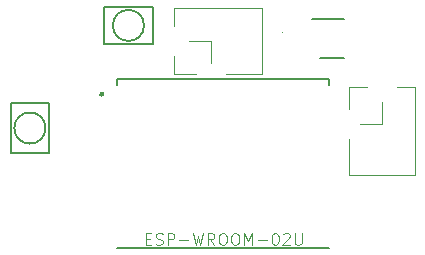
<source format=gbr>
G04 #@! TF.GenerationSoftware,KiCad,Pcbnew,5.0.2-bee76a0~70~ubuntu18.04.1*
G04 #@! TF.CreationDate,2020-01-13T19:18:57+01:00*
G04 #@! TF.ProjectId,roboy_sno,726f626f-795f-4736-9e6f-2e6b69636164,rev?*
G04 #@! TF.SameCoordinates,Original*
G04 #@! TF.FileFunction,Legend,Top*
G04 #@! TF.FilePolarity,Positive*
%FSLAX46Y46*%
G04 Gerber Fmt 4.6, Leading zero omitted, Abs format (unit mm)*
G04 Created by KiCad (PCBNEW 5.0.2-bee76a0~70~ubuntu18.04.1) date Mo 13 Jan 2020 19:18:57 CET*
%MOMM*%
%LPD*%
G01*
G04 APERTURE LIST*
%ADD10C,0.127000*%
%ADD11C,0.400000*%
%ADD12C,0.150000*%
%ADD13C,0.120000*%
%ADD14C,0.100000*%
%ADD15C,0.050000*%
G04 APERTURE END LIST*
D10*
G04 #@! TO.C,U2*
X115300000Y-140660000D02*
X133300000Y-140660000D01*
X115300000Y-126360000D02*
X115300000Y-126870000D01*
X133300000Y-126360000D02*
X133300000Y-126870000D01*
X115300000Y-126360000D02*
X133300000Y-126360000D01*
D11*
X114050000Y-127610000D02*
G75*
G03X114050000Y-127610000I-50000J0D01*
G01*
D12*
G04 #@! TO.C,U1*
X132515000Y-124600000D02*
X134565000Y-124600000D01*
X131810000Y-121300000D02*
X134565000Y-121300000D01*
G04 #@! TO.C,SW2*
X117615295Y-121800000D02*
G75*
G03X117615295Y-121800000I-1315295J0D01*
G01*
X118400000Y-120200000D02*
X118400000Y-123400000D01*
X114200000Y-123400000D02*
X114200000Y-120200000D01*
X118400000Y-120200000D02*
X114200000Y-120200000D01*
X118400000Y-123400000D02*
X114200000Y-123400000D01*
D13*
G04 #@! TO.C,J3*
X134950000Y-131385000D02*
X134950000Y-134500000D01*
X134950000Y-134500000D02*
X140550000Y-134500000D01*
X140550000Y-127000000D02*
X140550000Y-134500000D01*
X139020000Y-127000000D02*
X140550000Y-127000000D01*
X137750000Y-128245000D02*
X137750000Y-130115000D01*
X137750000Y-130115000D02*
X135880000Y-130115000D01*
X134950000Y-128845000D02*
X134950000Y-127000000D01*
X134950000Y-127000000D02*
X136480000Y-127000000D01*
G04 #@! TO.C,J2*
X124535000Y-125900000D02*
X127650000Y-125900000D01*
X127650000Y-125900000D02*
X127650000Y-120300000D01*
X120150000Y-120300000D02*
X127650000Y-120300000D01*
X120150000Y-121830000D02*
X120150000Y-120300000D01*
X121395000Y-123100000D02*
X123265000Y-123100000D01*
X123265000Y-123100000D02*
X123265000Y-124970000D01*
X121995000Y-125900000D02*
X120150000Y-125900000D01*
X120150000Y-125900000D02*
X120150000Y-124370000D01*
D14*
G04 #@! TO.C,D1*
X129350000Y-122390000D02*
G75*
G03X129350000Y-122390000I-50000J0D01*
G01*
D12*
G04 #@! TO.C,SW1*
X109560000Y-128390000D02*
X109560000Y-132590000D01*
X106360000Y-128390000D02*
X106360000Y-132590000D01*
X109560000Y-132590000D02*
X106360000Y-132590000D01*
X106360000Y-128390000D02*
X109560000Y-128390000D01*
X109275295Y-130490000D02*
G75*
G03X109275295Y-130490000I-1315295J0D01*
G01*
G04 #@! TO.C,U2*
D15*
X117760211Y-139848522D02*
X118093774Y-139848522D01*
X118236730Y-140372693D02*
X117760211Y-140372693D01*
X117760211Y-139372003D01*
X118236730Y-139372003D01*
X118617945Y-140325041D02*
X118760901Y-140372693D01*
X118999160Y-140372693D01*
X119094464Y-140325041D01*
X119142116Y-140277389D01*
X119189768Y-140182085D01*
X119189768Y-140086781D01*
X119142116Y-139991477D01*
X119094464Y-139943825D01*
X118999160Y-139896174D01*
X118808553Y-139848522D01*
X118713249Y-139800870D01*
X118665597Y-139753218D01*
X118617945Y-139657914D01*
X118617945Y-139562610D01*
X118665597Y-139467306D01*
X118713249Y-139419655D01*
X118808553Y-139372003D01*
X119046812Y-139372003D01*
X119189768Y-139419655D01*
X119618635Y-140372693D02*
X119618635Y-139372003D01*
X119999850Y-139372003D01*
X120095154Y-139419655D01*
X120142806Y-139467306D01*
X120190458Y-139562610D01*
X120190458Y-139705566D01*
X120142806Y-139800870D01*
X120095154Y-139848522D01*
X119999850Y-139896174D01*
X119618635Y-139896174D01*
X120619325Y-139991477D02*
X121381755Y-139991477D01*
X121762971Y-139372003D02*
X122001230Y-140372693D01*
X122191838Y-139657914D01*
X122382445Y-140372693D01*
X122620705Y-139372003D01*
X123573743Y-140372693D02*
X123240180Y-139896174D01*
X123001920Y-140372693D02*
X123001920Y-139372003D01*
X123383135Y-139372003D01*
X123478439Y-139419655D01*
X123526091Y-139467306D01*
X123573743Y-139562610D01*
X123573743Y-139705566D01*
X123526091Y-139800870D01*
X123478439Y-139848522D01*
X123383135Y-139896174D01*
X123001920Y-139896174D01*
X124193218Y-139372003D02*
X124383825Y-139372003D01*
X124479129Y-139419655D01*
X124574433Y-139514958D01*
X124622085Y-139705566D01*
X124622085Y-140039129D01*
X124574433Y-140229737D01*
X124479129Y-140325041D01*
X124383825Y-140372693D01*
X124193218Y-140372693D01*
X124097914Y-140325041D01*
X124002610Y-140229737D01*
X123954958Y-140039129D01*
X123954958Y-139705566D01*
X124002610Y-139514958D01*
X124097914Y-139419655D01*
X124193218Y-139372003D01*
X125241560Y-139372003D02*
X125432167Y-139372003D01*
X125527471Y-139419655D01*
X125622775Y-139514958D01*
X125670427Y-139705566D01*
X125670427Y-140039129D01*
X125622775Y-140229737D01*
X125527471Y-140325041D01*
X125432167Y-140372693D01*
X125241560Y-140372693D01*
X125146256Y-140325041D01*
X125050952Y-140229737D01*
X125003300Y-140039129D01*
X125003300Y-139705566D01*
X125050952Y-139514958D01*
X125146256Y-139419655D01*
X125241560Y-139372003D01*
X126099294Y-140372693D02*
X126099294Y-139372003D01*
X126432857Y-140086781D01*
X126766421Y-139372003D01*
X126766421Y-140372693D01*
X127242940Y-139991477D02*
X128005370Y-139991477D01*
X128672497Y-139372003D02*
X128767801Y-139372003D01*
X128863105Y-139419655D01*
X128910756Y-139467306D01*
X128958408Y-139562610D01*
X129006060Y-139753218D01*
X129006060Y-139991477D01*
X128958408Y-140182085D01*
X128910756Y-140277389D01*
X128863105Y-140325041D01*
X128767801Y-140372693D01*
X128672497Y-140372693D01*
X128577193Y-140325041D01*
X128529541Y-140277389D01*
X128481889Y-140182085D01*
X128434237Y-139991477D01*
X128434237Y-139753218D01*
X128481889Y-139562610D01*
X128529541Y-139467306D01*
X128577193Y-139419655D01*
X128672497Y-139372003D01*
X129387275Y-139467306D02*
X129434927Y-139419655D01*
X129530231Y-139372003D01*
X129768491Y-139372003D01*
X129863795Y-139419655D01*
X129911446Y-139467306D01*
X129959098Y-139562610D01*
X129959098Y-139657914D01*
X129911446Y-139800870D01*
X129339624Y-140372693D01*
X129959098Y-140372693D01*
X130387965Y-139372003D02*
X130387965Y-140182085D01*
X130435617Y-140277389D01*
X130483269Y-140325041D01*
X130578573Y-140372693D01*
X130769181Y-140372693D01*
X130864485Y-140325041D01*
X130912136Y-140277389D01*
X130959788Y-140182085D01*
X130959788Y-139372003D01*
G04 #@! TD*
M02*

</source>
